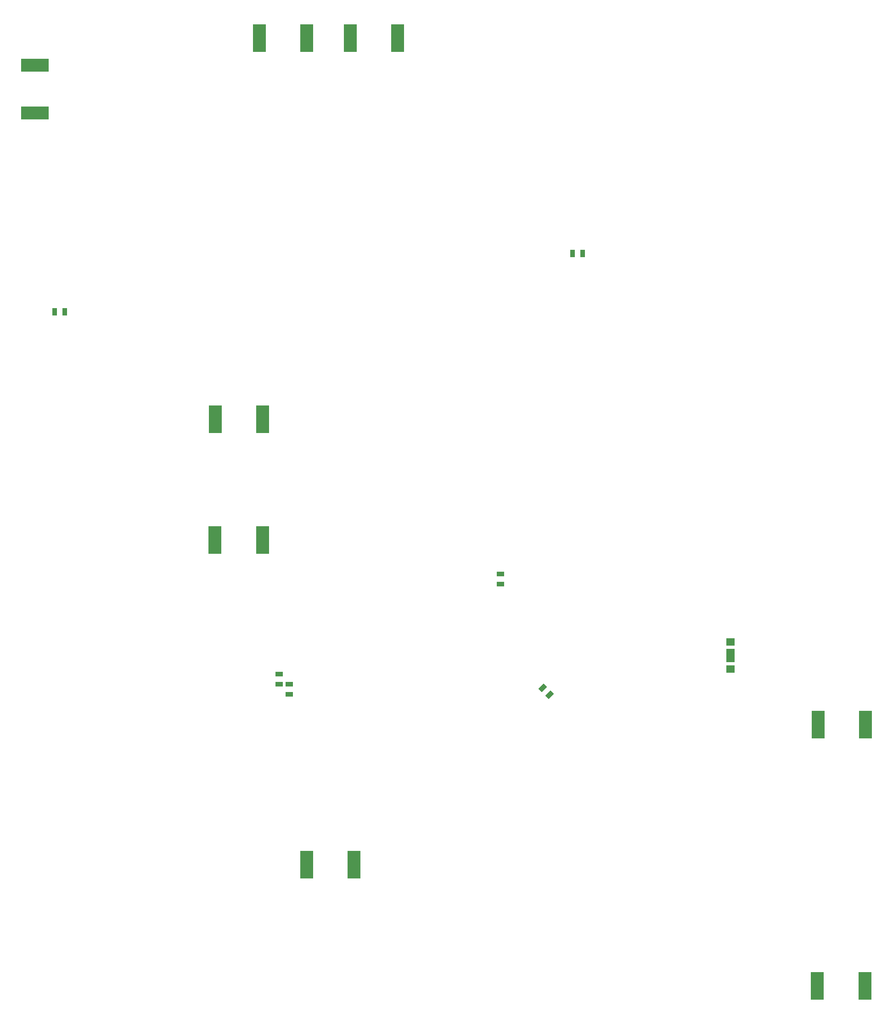
<source format=gbp>
G04*
G04 #@! TF.GenerationSoftware,Altium Limited,Altium Designer,24.0.1 (36)*
G04*
G04 Layer_Color=128*
%FSLAX44Y44*%
%MOMM*%
G71*
G04*
G04 #@! TF.SameCoordinates,B3AD537C-9D1A-4887-B287-0D13266BF09F*
G04*
G04*
G04 #@! TF.FilePolarity,Positive*
G04*
G01*
G75*
%ADD22R,5.0800X2.4130*%
%ADD24R,2.4130X5.0800*%
%ADD25R,1.5500X1.4000*%
%ADD29R,0.9500X1.4000*%
%ADD30R,1.4000X0.9500*%
G04:AMPARAMS|DCode=40|XSize=0.95mm|YSize=1.4mm|CornerRadius=0mm|HoleSize=0mm|Usage=FLASHONLY|Rotation=135.000|XOffset=0mm|YOffset=0mm|HoleType=Round|Shape=Rectangle|*
%AMROTATEDRECTD40*
4,1,4,0.8309,0.1591,-0.1591,-0.8309,-0.8309,-0.1591,0.1591,0.8309,0.8309,0.1591,0.0*
%
%ADD40ROTATEDRECTD40*%

D22*
X1140400Y3403375D02*
D03*
Y3491005D02*
D03*
D24*
X2670815Y1793766D02*
D03*
X2583185D02*
D03*
X2671815Y2275766D02*
D03*
X2584185D02*
D03*
X1728815Y2016900D02*
D03*
X1641185D02*
D03*
X1472285Y2616100D02*
D03*
X1559915D02*
D03*
X1560135Y2838606D02*
D03*
X1472505D02*
D03*
X1721425Y3541000D02*
D03*
X1809055D02*
D03*
X1553760D02*
D03*
X1641390D02*
D03*
D25*
X2423038Y2408501D02*
D03*
Y2427501D02*
D03*
Y2378021D02*
D03*
Y2397021D02*
D03*
D29*
X1195370Y3036980D02*
D03*
X1176870D02*
D03*
X2150470Y3144100D02*
D03*
X2131970D02*
D03*
D30*
X1609300Y2350150D02*
D03*
Y2331650D02*
D03*
X1590600Y2368750D02*
D03*
Y2350250D02*
D03*
X1998858Y2534481D02*
D03*
Y2552981D02*
D03*
D40*
X2089218Y2330181D02*
D03*
X2076137Y2343262D02*
D03*
M02*

</source>
